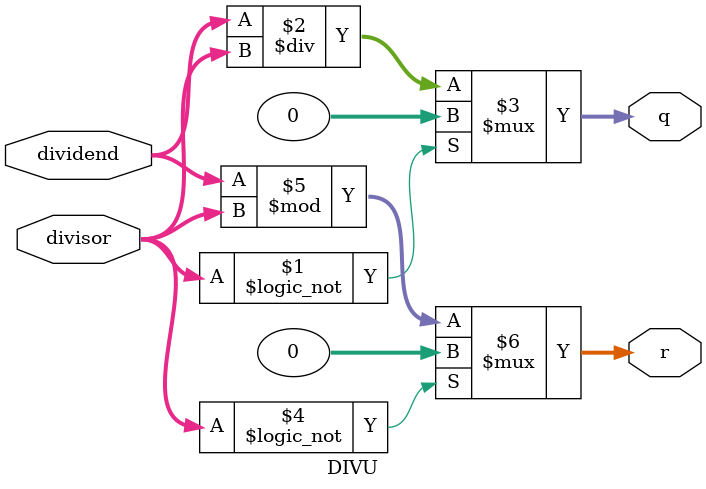
<source format=v>
`timescale 1ns / 1ps

module DIVU(
input [31:0] dividend,
input [31:0] divisor,
output [31:0] q,
output [31:0] r
);

assign q=(divisor==32'b00000000000000000000000000000000)?(32'b00000000000000000000000000000000):(dividend/divisor);
assign r=(divisor==32'b00000000000000000000000000000000)?(32'b00000000000000000000000000000000):(dividend%divisor);
endmodule
/*
module DIVU(
input [31:0] dividend,
input [31:0] divisor,
input start,
input clock,
input reset,
output [31:0] q,
output [31:0] r,
output reg busy
);

reg [4:0] count;
reg [31:0] reg_q;
reg [31:0] reg_r;
reg [31:0] reg_b;
reg sign,busy_t;
wire [32:0] sub_add;
wire ready;
assign sub_add=sign?({reg_r,q[31]}+{1'b0,reg_b}):({reg_r,q[31]}-{1'b0,reg_b});
assign ready=~busy&busy_t;
assign r=sign?reg_r+reg_b:reg_r;
assign q=reg_q;

always @(posedge clock or posedge reset) begin
    if (reset==1) begin
        count<=5'b0;
        busy<=0;
        busy_t<=0;
        reg_r<=32'b0;
        reg_q<=32'b0;
        reg_b<=32'b0;
    end
    else begin
        busy_t<=busy;
        if (start) begin
            reg_r<=32'b0;
            sign<=0;
            reg_q<=dividend;
            reg_b<=divisor;
            count<=5'b0;
            busy<=1'b1;
        end
        else 
        if (busy) begin
            reg_r<=sub_add[31:0];
            sign<=sub_add[32];
            reg_q<={reg_q[30:0],~sub_add[32]};
            count<=count+5'b1;
            if (count==5'd31) busy<=0;
        end
    end
end
         
endmodule*/

</source>
